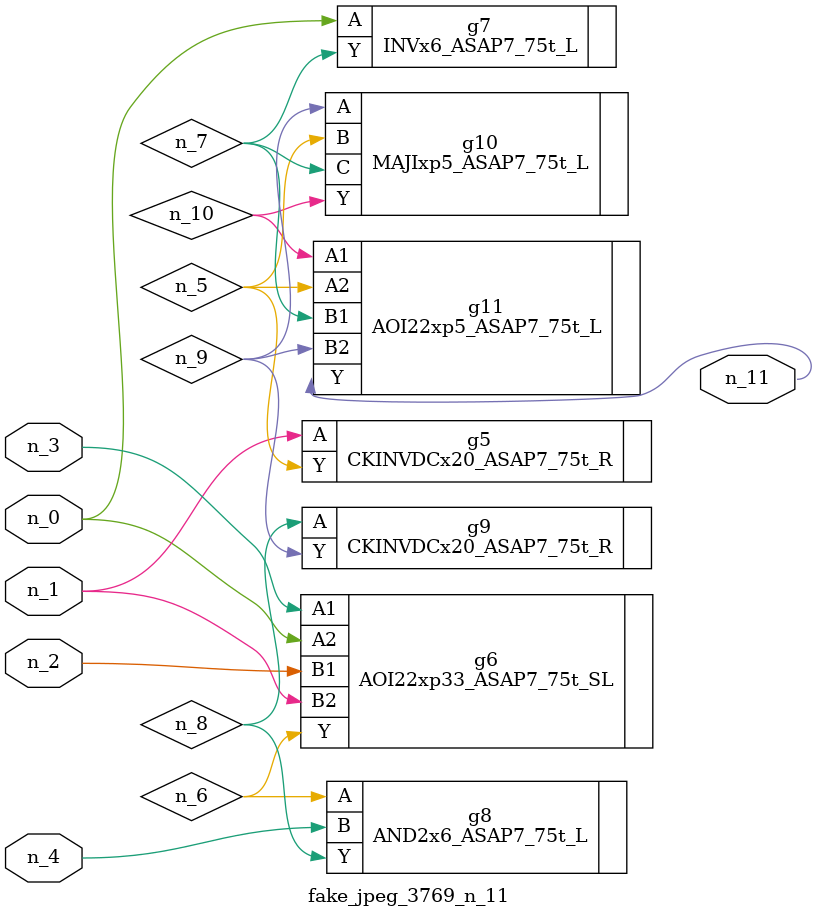
<source format=v>
module fake_jpeg_3769_n_11 (n_3, n_2, n_1, n_0, n_4, n_11);

input n_3;
input n_2;
input n_1;
input n_0;
input n_4;

output n_11;

wire n_10;
wire n_8;
wire n_9;
wire n_6;
wire n_5;
wire n_7;

CKINVDCx20_ASAP7_75t_R g5 ( 
.A(n_1),
.Y(n_5)
);

AOI22xp33_ASAP7_75t_SL g6 ( 
.A1(n_3),
.A2(n_0),
.B1(n_2),
.B2(n_1),
.Y(n_6)
);

INVx6_ASAP7_75t_L g7 ( 
.A(n_0),
.Y(n_7)
);

AND2x6_ASAP7_75t_L g8 ( 
.A(n_6),
.B(n_4),
.Y(n_8)
);

CKINVDCx20_ASAP7_75t_R g9 ( 
.A(n_8),
.Y(n_9)
);

MAJIxp5_ASAP7_75t_L g10 ( 
.A(n_9),
.B(n_5),
.C(n_7),
.Y(n_10)
);

AOI22xp5_ASAP7_75t_L g11 ( 
.A1(n_10),
.A2(n_5),
.B1(n_7),
.B2(n_9),
.Y(n_11)
);


endmodule
</source>
